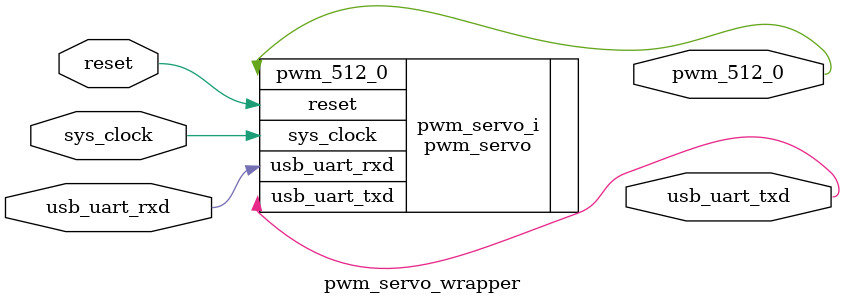
<source format=v>
`timescale 1 ps / 1 ps

module pwm_servo_wrapper
   (pwm_512_0,
    reset,
    sys_clock,
    usb_uart_rxd,
    usb_uart_txd);
  output pwm_512_0;
  input reset;
  input sys_clock;
  input usb_uart_rxd;
  output usb_uart_txd;

  wire pwm_512_0;
  wire reset;
  wire sys_clock;
  wire usb_uart_rxd;
  wire usb_uart_txd;

  pwm_servo pwm_servo_i
       (.pwm_512_0(pwm_512_0),
        .reset(reset),
        .sys_clock(sys_clock),
        .usb_uart_rxd(usb_uart_rxd),
        .usb_uart_txd(usb_uart_txd));
endmodule

</source>
